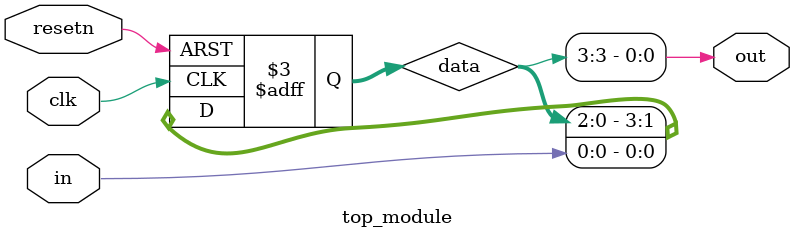
<source format=sv>
module top_module (
	input clk,
	input resetn,
	input in,
	output out
);
	reg [3:0] data;
	always @(posedge clk or negedge resetn) begin
		if (~resetn) begin
			data <= 4'b0000;
		end else begin
			data <= {data[2:0], in};
		end
	end

	assign out = data[3];

endmodule

</source>
